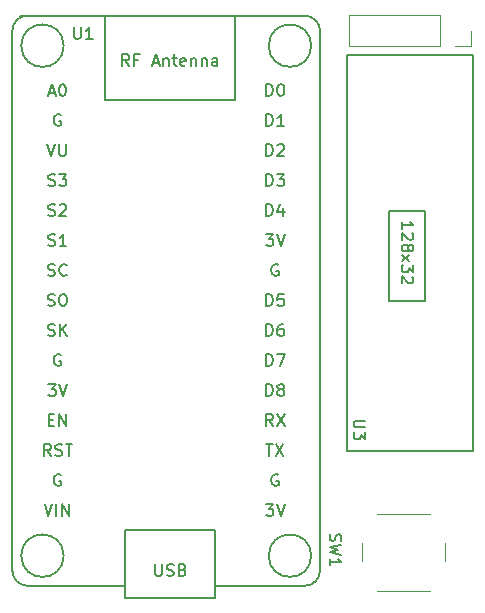
<source format=gbr>
G04 #@! TF.GenerationSoftware,KiCad,Pcbnew,5.0.2-bee76a0~70~ubuntu18.04.1*
G04 #@! TF.CreationDate,2020-05-12T16:43:30-07:00*
G04 #@! TF.ProjectId,pcb,7063622e-6b69-4636-9164-5f7063625858,rev?*
G04 #@! TF.SameCoordinates,Original*
G04 #@! TF.FileFunction,Legend,Top*
G04 #@! TF.FilePolarity,Positive*
%FSLAX46Y46*%
G04 Gerber Fmt 4.6, Leading zero omitted, Abs format (unit mm)*
G04 Created by KiCad (PCBNEW 5.0.2-bee76a0~70~ubuntu18.04.1) date Tue 12 May 2020 04:43:30 PM PDT*
%MOMM*%
%LPD*%
G01*
G04 APERTURE LIST*
%ADD10C,0.150000*%
%ADD11C,0.120000*%
G04 APERTURE END LIST*
D10*
G04 #@! TO.C,U1*
X162560000Y-124460000D02*
X154940000Y-124460000D01*
X156630000Y-83330000D02*
X145630000Y-83330000D01*
X156630000Y-76200000D02*
X156630000Y-83330000D01*
X145630000Y-83330000D02*
X145630000Y-76200000D01*
X147330000Y-125460000D02*
X147330000Y-119730000D01*
X147330000Y-119730000D02*
X154930000Y-119730000D01*
X154930000Y-119730000D02*
X154930000Y-125460000D01*
X154930000Y-125460000D02*
X147330000Y-125460000D01*
X139065000Y-76200000D02*
G75*
G03X137795000Y-77470000I0J-1270000D01*
G01*
X163830000Y-77470000D02*
G75*
G03X162560000Y-76200000I-1270000J0D01*
G01*
X162560000Y-124460000D02*
G75*
G03X163830000Y-123190000I0J1270000D01*
G01*
X137795000Y-123190000D02*
G75*
G03X139065000Y-124460000I1270000J0D01*
G01*
X163830000Y-77470000D02*
X163830000Y-123190000D01*
X137795000Y-77470000D02*
X137795000Y-123190000D01*
X147320000Y-124460000D02*
X139065000Y-124460000D01*
X163086051Y-121920000D02*
G75*
G03X163086051Y-121920000I-1796051J0D01*
G01*
X142131051Y-121920000D02*
G75*
G03X142131051Y-121920000I-1796051J0D01*
G01*
X142131051Y-78740000D02*
G75*
G03X142131051Y-78740000I-1796051J0D01*
G01*
X163086051Y-78740000D02*
G75*
G03X163086051Y-78740000I-1796051J0D01*
G01*
X162560000Y-76200000D02*
X138430000Y-76200000D01*
D11*
G04 #@! TO.C,U3*
X173990000Y-76140000D02*
X173990000Y-78800000D01*
X173990000Y-76140000D02*
X166310000Y-76140000D01*
X166310000Y-76140000D02*
X166310000Y-78800000D01*
X173990000Y-78800000D02*
X166310000Y-78800000D01*
X176590000Y-78800000D02*
X175260000Y-78800000D01*
X176590000Y-77470000D02*
X176590000Y-78800000D01*
D10*
X176784000Y-79502000D02*
X176784000Y-113030000D01*
X176784000Y-113030000D02*
X166116000Y-113030000D01*
X166116000Y-113030000D02*
X166116000Y-79502000D01*
X166116000Y-79502000D02*
X176784000Y-79502000D01*
X172720000Y-92710000D02*
X172720000Y-100330000D01*
X172720000Y-100330000D02*
X169672000Y-100330000D01*
X169672000Y-100330000D02*
X169672000Y-92710000D01*
X169672000Y-92710000D02*
X172720000Y-92710000D01*
D11*
G04 #@! TO.C,SW1*
X168640000Y-124880000D02*
X173140000Y-124880000D01*
X167390000Y-120880000D02*
X167390000Y-122380000D01*
X173140000Y-118380000D02*
X168640000Y-118380000D01*
X174390000Y-122380000D02*
X174390000Y-120880000D01*
G04 #@! TO.C,U1*
D10*
X143002095Y-77176380D02*
X143002095Y-77985904D01*
X143049714Y-78081142D01*
X143097333Y-78128761D01*
X143192571Y-78176380D01*
X143383047Y-78176380D01*
X143478285Y-78128761D01*
X143525904Y-78081142D01*
X143573523Y-77985904D01*
X143573523Y-77176380D01*
X144573523Y-78176380D02*
X144002095Y-78176380D01*
X144287809Y-78176380D02*
X144287809Y-77176380D01*
X144192571Y-77319238D01*
X144097333Y-77414476D01*
X144002095Y-77462095D01*
X149868095Y-122642380D02*
X149868095Y-123451904D01*
X149915714Y-123547142D01*
X149963333Y-123594761D01*
X150058571Y-123642380D01*
X150249047Y-123642380D01*
X150344285Y-123594761D01*
X150391904Y-123547142D01*
X150439523Y-123451904D01*
X150439523Y-122642380D01*
X150868095Y-123594761D02*
X151010952Y-123642380D01*
X151249047Y-123642380D01*
X151344285Y-123594761D01*
X151391904Y-123547142D01*
X151439523Y-123451904D01*
X151439523Y-123356666D01*
X151391904Y-123261428D01*
X151344285Y-123213809D01*
X151249047Y-123166190D01*
X151058571Y-123118571D01*
X150963333Y-123070952D01*
X150915714Y-123023333D01*
X150868095Y-122928095D01*
X150868095Y-122832857D01*
X150915714Y-122737619D01*
X150963333Y-122690000D01*
X151058571Y-122642380D01*
X151296666Y-122642380D01*
X151439523Y-122690000D01*
X152201428Y-123118571D02*
X152344285Y-123166190D01*
X152391904Y-123213809D01*
X152439523Y-123309047D01*
X152439523Y-123451904D01*
X152391904Y-123547142D01*
X152344285Y-123594761D01*
X152249047Y-123642380D01*
X151868095Y-123642380D01*
X151868095Y-122642380D01*
X152201428Y-122642380D01*
X152296666Y-122690000D01*
X152344285Y-122737619D01*
X152391904Y-122832857D01*
X152391904Y-122928095D01*
X152344285Y-123023333D01*
X152296666Y-123070952D01*
X152201428Y-123118571D01*
X151868095Y-123118571D01*
X147677619Y-80462380D02*
X147344285Y-79986190D01*
X147106190Y-80462380D02*
X147106190Y-79462380D01*
X147487142Y-79462380D01*
X147582380Y-79510000D01*
X147630000Y-79557619D01*
X147677619Y-79652857D01*
X147677619Y-79795714D01*
X147630000Y-79890952D01*
X147582380Y-79938571D01*
X147487142Y-79986190D01*
X147106190Y-79986190D01*
X148439523Y-79938571D02*
X148106190Y-79938571D01*
X148106190Y-80462380D02*
X148106190Y-79462380D01*
X148582380Y-79462380D01*
X149677619Y-80176666D02*
X150153809Y-80176666D01*
X149582380Y-80462380D02*
X149915714Y-79462380D01*
X150249047Y-80462380D01*
X150582380Y-79795714D02*
X150582380Y-80462380D01*
X150582380Y-79890952D02*
X150630000Y-79843333D01*
X150725238Y-79795714D01*
X150868095Y-79795714D01*
X150963333Y-79843333D01*
X151010952Y-79938571D01*
X151010952Y-80462380D01*
X151344285Y-79795714D02*
X151725238Y-79795714D01*
X151487142Y-79462380D02*
X151487142Y-80319523D01*
X151534761Y-80414761D01*
X151630000Y-80462380D01*
X151725238Y-80462380D01*
X152439523Y-80414761D02*
X152344285Y-80462380D01*
X152153809Y-80462380D01*
X152058571Y-80414761D01*
X152010952Y-80319523D01*
X152010952Y-79938571D01*
X152058571Y-79843333D01*
X152153809Y-79795714D01*
X152344285Y-79795714D01*
X152439523Y-79843333D01*
X152487142Y-79938571D01*
X152487142Y-80033809D01*
X152010952Y-80129047D01*
X152915714Y-79795714D02*
X152915714Y-80462380D01*
X152915714Y-79890952D02*
X152963333Y-79843333D01*
X153058571Y-79795714D01*
X153201428Y-79795714D01*
X153296666Y-79843333D01*
X153344285Y-79938571D01*
X153344285Y-80462380D01*
X153820476Y-79795714D02*
X153820476Y-80462380D01*
X153820476Y-79890952D02*
X153868095Y-79843333D01*
X153963333Y-79795714D01*
X154106190Y-79795714D01*
X154201428Y-79843333D01*
X154249047Y-79938571D01*
X154249047Y-80462380D01*
X155153809Y-80462380D02*
X155153809Y-79938571D01*
X155106190Y-79843333D01*
X155010952Y-79795714D01*
X154820476Y-79795714D01*
X154725238Y-79843333D01*
X155153809Y-80414761D02*
X155058571Y-80462380D01*
X154820476Y-80462380D01*
X154725238Y-80414761D01*
X154677619Y-80319523D01*
X154677619Y-80224285D01*
X154725238Y-80129047D01*
X154820476Y-80081428D01*
X155058571Y-80081428D01*
X155153809Y-80033809D01*
X140509761Y-117562380D02*
X140843095Y-118562380D01*
X141176428Y-117562380D01*
X141509761Y-118562380D02*
X141509761Y-117562380D01*
X141985952Y-118562380D02*
X141985952Y-117562380D01*
X142557380Y-118562380D01*
X142557380Y-117562380D01*
X141866904Y-115070000D02*
X141771666Y-115022380D01*
X141628809Y-115022380D01*
X141485952Y-115070000D01*
X141390714Y-115165238D01*
X141343095Y-115260476D01*
X141295476Y-115450952D01*
X141295476Y-115593809D01*
X141343095Y-115784285D01*
X141390714Y-115879523D01*
X141485952Y-115974761D01*
X141628809Y-116022380D01*
X141724047Y-116022380D01*
X141866904Y-115974761D01*
X141914523Y-115927142D01*
X141914523Y-115593809D01*
X141724047Y-115593809D01*
X141057380Y-113482380D02*
X140724047Y-113006190D01*
X140485952Y-113482380D02*
X140485952Y-112482380D01*
X140866904Y-112482380D01*
X140962142Y-112530000D01*
X141009761Y-112577619D01*
X141057380Y-112672857D01*
X141057380Y-112815714D01*
X141009761Y-112910952D01*
X140962142Y-112958571D01*
X140866904Y-113006190D01*
X140485952Y-113006190D01*
X141438333Y-113434761D02*
X141581190Y-113482380D01*
X141819285Y-113482380D01*
X141914523Y-113434761D01*
X141962142Y-113387142D01*
X142009761Y-113291904D01*
X142009761Y-113196666D01*
X141962142Y-113101428D01*
X141914523Y-113053809D01*
X141819285Y-113006190D01*
X141628809Y-112958571D01*
X141533571Y-112910952D01*
X141485952Y-112863333D01*
X141438333Y-112768095D01*
X141438333Y-112672857D01*
X141485952Y-112577619D01*
X141533571Y-112530000D01*
X141628809Y-112482380D01*
X141866904Y-112482380D01*
X142009761Y-112530000D01*
X142295476Y-112482380D02*
X142866904Y-112482380D01*
X142581190Y-113482380D02*
X142581190Y-112482380D01*
X140866904Y-110418571D02*
X141200238Y-110418571D01*
X141343095Y-110942380D02*
X140866904Y-110942380D01*
X140866904Y-109942380D01*
X141343095Y-109942380D01*
X141771666Y-110942380D02*
X141771666Y-109942380D01*
X142343095Y-110942380D01*
X142343095Y-109942380D01*
X140843095Y-107402380D02*
X141462142Y-107402380D01*
X141128809Y-107783333D01*
X141271666Y-107783333D01*
X141366904Y-107830952D01*
X141414523Y-107878571D01*
X141462142Y-107973809D01*
X141462142Y-108211904D01*
X141414523Y-108307142D01*
X141366904Y-108354761D01*
X141271666Y-108402380D01*
X140985952Y-108402380D01*
X140890714Y-108354761D01*
X140843095Y-108307142D01*
X141747857Y-107402380D02*
X142081190Y-108402380D01*
X142414523Y-107402380D01*
X141866904Y-104910000D02*
X141771666Y-104862380D01*
X141628809Y-104862380D01*
X141485952Y-104910000D01*
X141390714Y-105005238D01*
X141343095Y-105100476D01*
X141295476Y-105290952D01*
X141295476Y-105433809D01*
X141343095Y-105624285D01*
X141390714Y-105719523D01*
X141485952Y-105814761D01*
X141628809Y-105862380D01*
X141724047Y-105862380D01*
X141866904Y-105814761D01*
X141914523Y-105767142D01*
X141914523Y-105433809D01*
X141724047Y-105433809D01*
X140819285Y-103274761D02*
X140962142Y-103322380D01*
X141200238Y-103322380D01*
X141295476Y-103274761D01*
X141343095Y-103227142D01*
X141390714Y-103131904D01*
X141390714Y-103036666D01*
X141343095Y-102941428D01*
X141295476Y-102893809D01*
X141200238Y-102846190D01*
X141009761Y-102798571D01*
X140914523Y-102750952D01*
X140866904Y-102703333D01*
X140819285Y-102608095D01*
X140819285Y-102512857D01*
X140866904Y-102417619D01*
X140914523Y-102370000D01*
X141009761Y-102322380D01*
X141247857Y-102322380D01*
X141390714Y-102370000D01*
X141819285Y-103322380D02*
X141819285Y-102322380D01*
X142390714Y-103322380D02*
X141962142Y-102750952D01*
X142390714Y-102322380D02*
X141819285Y-102893809D01*
X140795476Y-100734761D02*
X140938333Y-100782380D01*
X141176428Y-100782380D01*
X141271666Y-100734761D01*
X141319285Y-100687142D01*
X141366904Y-100591904D01*
X141366904Y-100496666D01*
X141319285Y-100401428D01*
X141271666Y-100353809D01*
X141176428Y-100306190D01*
X140985952Y-100258571D01*
X140890714Y-100210952D01*
X140843095Y-100163333D01*
X140795476Y-100068095D01*
X140795476Y-99972857D01*
X140843095Y-99877619D01*
X140890714Y-99830000D01*
X140985952Y-99782380D01*
X141224047Y-99782380D01*
X141366904Y-99830000D01*
X141985952Y-99782380D02*
X142176428Y-99782380D01*
X142271666Y-99830000D01*
X142366904Y-99925238D01*
X142414523Y-100115714D01*
X142414523Y-100449047D01*
X142366904Y-100639523D01*
X142271666Y-100734761D01*
X142176428Y-100782380D01*
X141985952Y-100782380D01*
X141890714Y-100734761D01*
X141795476Y-100639523D01*
X141747857Y-100449047D01*
X141747857Y-100115714D01*
X141795476Y-99925238D01*
X141890714Y-99830000D01*
X141985952Y-99782380D01*
X140819285Y-98194761D02*
X140962142Y-98242380D01*
X141200238Y-98242380D01*
X141295476Y-98194761D01*
X141343095Y-98147142D01*
X141390714Y-98051904D01*
X141390714Y-97956666D01*
X141343095Y-97861428D01*
X141295476Y-97813809D01*
X141200238Y-97766190D01*
X141009761Y-97718571D01*
X140914523Y-97670952D01*
X140866904Y-97623333D01*
X140819285Y-97528095D01*
X140819285Y-97432857D01*
X140866904Y-97337619D01*
X140914523Y-97290000D01*
X141009761Y-97242380D01*
X141247857Y-97242380D01*
X141390714Y-97290000D01*
X142390714Y-98147142D02*
X142343095Y-98194761D01*
X142200238Y-98242380D01*
X142105000Y-98242380D01*
X141962142Y-98194761D01*
X141866904Y-98099523D01*
X141819285Y-98004285D01*
X141771666Y-97813809D01*
X141771666Y-97670952D01*
X141819285Y-97480476D01*
X141866904Y-97385238D01*
X141962142Y-97290000D01*
X142105000Y-97242380D01*
X142200238Y-97242380D01*
X142343095Y-97290000D01*
X142390714Y-97337619D01*
X140843095Y-95654761D02*
X140985952Y-95702380D01*
X141224047Y-95702380D01*
X141319285Y-95654761D01*
X141366904Y-95607142D01*
X141414523Y-95511904D01*
X141414523Y-95416666D01*
X141366904Y-95321428D01*
X141319285Y-95273809D01*
X141224047Y-95226190D01*
X141033571Y-95178571D01*
X140938333Y-95130952D01*
X140890714Y-95083333D01*
X140843095Y-94988095D01*
X140843095Y-94892857D01*
X140890714Y-94797619D01*
X140938333Y-94750000D01*
X141033571Y-94702380D01*
X141271666Y-94702380D01*
X141414523Y-94750000D01*
X142366904Y-95702380D02*
X141795476Y-95702380D01*
X142081190Y-95702380D02*
X142081190Y-94702380D01*
X141985952Y-94845238D01*
X141890714Y-94940476D01*
X141795476Y-94988095D01*
X140843095Y-93114761D02*
X140985952Y-93162380D01*
X141224047Y-93162380D01*
X141319285Y-93114761D01*
X141366904Y-93067142D01*
X141414523Y-92971904D01*
X141414523Y-92876666D01*
X141366904Y-92781428D01*
X141319285Y-92733809D01*
X141224047Y-92686190D01*
X141033571Y-92638571D01*
X140938333Y-92590952D01*
X140890714Y-92543333D01*
X140843095Y-92448095D01*
X140843095Y-92352857D01*
X140890714Y-92257619D01*
X140938333Y-92210000D01*
X141033571Y-92162380D01*
X141271666Y-92162380D01*
X141414523Y-92210000D01*
X141795476Y-92257619D02*
X141843095Y-92210000D01*
X141938333Y-92162380D01*
X142176428Y-92162380D01*
X142271666Y-92210000D01*
X142319285Y-92257619D01*
X142366904Y-92352857D01*
X142366904Y-92448095D01*
X142319285Y-92590952D01*
X141747857Y-93162380D01*
X142366904Y-93162380D01*
X140843095Y-90574761D02*
X140985952Y-90622380D01*
X141224047Y-90622380D01*
X141319285Y-90574761D01*
X141366904Y-90527142D01*
X141414523Y-90431904D01*
X141414523Y-90336666D01*
X141366904Y-90241428D01*
X141319285Y-90193809D01*
X141224047Y-90146190D01*
X141033571Y-90098571D01*
X140938333Y-90050952D01*
X140890714Y-90003333D01*
X140843095Y-89908095D01*
X140843095Y-89812857D01*
X140890714Y-89717619D01*
X140938333Y-89670000D01*
X141033571Y-89622380D01*
X141271666Y-89622380D01*
X141414523Y-89670000D01*
X141747857Y-89622380D02*
X142366904Y-89622380D01*
X142033571Y-90003333D01*
X142176428Y-90003333D01*
X142271666Y-90050952D01*
X142319285Y-90098571D01*
X142366904Y-90193809D01*
X142366904Y-90431904D01*
X142319285Y-90527142D01*
X142271666Y-90574761D01*
X142176428Y-90622380D01*
X141890714Y-90622380D01*
X141795476Y-90574761D01*
X141747857Y-90527142D01*
X140747857Y-87082380D02*
X141081190Y-88082380D01*
X141414523Y-87082380D01*
X141747857Y-87082380D02*
X141747857Y-87891904D01*
X141795476Y-87987142D01*
X141843095Y-88034761D01*
X141938333Y-88082380D01*
X142128809Y-88082380D01*
X142224047Y-88034761D01*
X142271666Y-87987142D01*
X142319285Y-87891904D01*
X142319285Y-87082380D01*
X141866904Y-84590000D02*
X141771666Y-84542380D01*
X141628809Y-84542380D01*
X141485952Y-84590000D01*
X141390714Y-84685238D01*
X141343095Y-84780476D01*
X141295476Y-84970952D01*
X141295476Y-85113809D01*
X141343095Y-85304285D01*
X141390714Y-85399523D01*
X141485952Y-85494761D01*
X141628809Y-85542380D01*
X141724047Y-85542380D01*
X141866904Y-85494761D01*
X141914523Y-85447142D01*
X141914523Y-85113809D01*
X141724047Y-85113809D01*
X140890714Y-82716666D02*
X141366904Y-82716666D01*
X140795476Y-83002380D02*
X141128809Y-82002380D01*
X141462142Y-83002380D01*
X141985952Y-82002380D02*
X142081190Y-82002380D01*
X142176428Y-82050000D01*
X142224047Y-82097619D01*
X142271666Y-82192857D01*
X142319285Y-82383333D01*
X142319285Y-82621428D01*
X142271666Y-82811904D01*
X142224047Y-82907142D01*
X142176428Y-82954761D01*
X142081190Y-83002380D01*
X141985952Y-83002380D01*
X141890714Y-82954761D01*
X141843095Y-82907142D01*
X141795476Y-82811904D01*
X141747857Y-82621428D01*
X141747857Y-82383333D01*
X141795476Y-82192857D01*
X141843095Y-82097619D01*
X141890714Y-82050000D01*
X141985952Y-82002380D01*
X159258095Y-117562380D02*
X159877142Y-117562380D01*
X159543809Y-117943333D01*
X159686666Y-117943333D01*
X159781904Y-117990952D01*
X159829523Y-118038571D01*
X159877142Y-118133809D01*
X159877142Y-118371904D01*
X159829523Y-118467142D01*
X159781904Y-118514761D01*
X159686666Y-118562380D01*
X159400952Y-118562380D01*
X159305714Y-118514761D01*
X159258095Y-118467142D01*
X160162857Y-117562380D02*
X160496190Y-118562380D01*
X160829523Y-117562380D01*
X160281904Y-115070000D02*
X160186666Y-115022380D01*
X160043809Y-115022380D01*
X159900952Y-115070000D01*
X159805714Y-115165238D01*
X159758095Y-115260476D01*
X159710476Y-115450952D01*
X159710476Y-115593809D01*
X159758095Y-115784285D01*
X159805714Y-115879523D01*
X159900952Y-115974761D01*
X160043809Y-116022380D01*
X160139047Y-116022380D01*
X160281904Y-115974761D01*
X160329523Y-115927142D01*
X160329523Y-115593809D01*
X160139047Y-115593809D01*
X159258095Y-112482380D02*
X159829523Y-112482380D01*
X159543809Y-113482380D02*
X159543809Y-112482380D01*
X160067619Y-112482380D02*
X160734285Y-113482380D01*
X160734285Y-112482380D02*
X160067619Y-113482380D01*
X159853333Y-110942380D02*
X159520000Y-110466190D01*
X159281904Y-110942380D02*
X159281904Y-109942380D01*
X159662857Y-109942380D01*
X159758095Y-109990000D01*
X159805714Y-110037619D01*
X159853333Y-110132857D01*
X159853333Y-110275714D01*
X159805714Y-110370952D01*
X159758095Y-110418571D01*
X159662857Y-110466190D01*
X159281904Y-110466190D01*
X160186666Y-109942380D02*
X160853333Y-110942380D01*
X160853333Y-109942380D02*
X160186666Y-110942380D01*
X159281904Y-108402380D02*
X159281904Y-107402380D01*
X159520000Y-107402380D01*
X159662857Y-107450000D01*
X159758095Y-107545238D01*
X159805714Y-107640476D01*
X159853333Y-107830952D01*
X159853333Y-107973809D01*
X159805714Y-108164285D01*
X159758095Y-108259523D01*
X159662857Y-108354761D01*
X159520000Y-108402380D01*
X159281904Y-108402380D01*
X160424761Y-107830952D02*
X160329523Y-107783333D01*
X160281904Y-107735714D01*
X160234285Y-107640476D01*
X160234285Y-107592857D01*
X160281904Y-107497619D01*
X160329523Y-107450000D01*
X160424761Y-107402380D01*
X160615238Y-107402380D01*
X160710476Y-107450000D01*
X160758095Y-107497619D01*
X160805714Y-107592857D01*
X160805714Y-107640476D01*
X160758095Y-107735714D01*
X160710476Y-107783333D01*
X160615238Y-107830952D01*
X160424761Y-107830952D01*
X160329523Y-107878571D01*
X160281904Y-107926190D01*
X160234285Y-108021428D01*
X160234285Y-108211904D01*
X160281904Y-108307142D01*
X160329523Y-108354761D01*
X160424761Y-108402380D01*
X160615238Y-108402380D01*
X160710476Y-108354761D01*
X160758095Y-108307142D01*
X160805714Y-108211904D01*
X160805714Y-108021428D01*
X160758095Y-107926190D01*
X160710476Y-107878571D01*
X160615238Y-107830952D01*
X159281904Y-105862380D02*
X159281904Y-104862380D01*
X159520000Y-104862380D01*
X159662857Y-104910000D01*
X159758095Y-105005238D01*
X159805714Y-105100476D01*
X159853333Y-105290952D01*
X159853333Y-105433809D01*
X159805714Y-105624285D01*
X159758095Y-105719523D01*
X159662857Y-105814761D01*
X159520000Y-105862380D01*
X159281904Y-105862380D01*
X160186666Y-104862380D02*
X160853333Y-104862380D01*
X160424761Y-105862380D01*
X159281904Y-103322380D02*
X159281904Y-102322380D01*
X159520000Y-102322380D01*
X159662857Y-102370000D01*
X159758095Y-102465238D01*
X159805714Y-102560476D01*
X159853333Y-102750952D01*
X159853333Y-102893809D01*
X159805714Y-103084285D01*
X159758095Y-103179523D01*
X159662857Y-103274761D01*
X159520000Y-103322380D01*
X159281904Y-103322380D01*
X160710476Y-102322380D02*
X160520000Y-102322380D01*
X160424761Y-102370000D01*
X160377142Y-102417619D01*
X160281904Y-102560476D01*
X160234285Y-102750952D01*
X160234285Y-103131904D01*
X160281904Y-103227142D01*
X160329523Y-103274761D01*
X160424761Y-103322380D01*
X160615238Y-103322380D01*
X160710476Y-103274761D01*
X160758095Y-103227142D01*
X160805714Y-103131904D01*
X160805714Y-102893809D01*
X160758095Y-102798571D01*
X160710476Y-102750952D01*
X160615238Y-102703333D01*
X160424761Y-102703333D01*
X160329523Y-102750952D01*
X160281904Y-102798571D01*
X160234285Y-102893809D01*
X159281904Y-100782380D02*
X159281904Y-99782380D01*
X159520000Y-99782380D01*
X159662857Y-99830000D01*
X159758095Y-99925238D01*
X159805714Y-100020476D01*
X159853333Y-100210952D01*
X159853333Y-100353809D01*
X159805714Y-100544285D01*
X159758095Y-100639523D01*
X159662857Y-100734761D01*
X159520000Y-100782380D01*
X159281904Y-100782380D01*
X160758095Y-99782380D02*
X160281904Y-99782380D01*
X160234285Y-100258571D01*
X160281904Y-100210952D01*
X160377142Y-100163333D01*
X160615238Y-100163333D01*
X160710476Y-100210952D01*
X160758095Y-100258571D01*
X160805714Y-100353809D01*
X160805714Y-100591904D01*
X160758095Y-100687142D01*
X160710476Y-100734761D01*
X160615238Y-100782380D01*
X160377142Y-100782380D01*
X160281904Y-100734761D01*
X160234285Y-100687142D01*
X160281904Y-97290000D02*
X160186666Y-97242380D01*
X160043809Y-97242380D01*
X159900952Y-97290000D01*
X159805714Y-97385238D01*
X159758095Y-97480476D01*
X159710476Y-97670952D01*
X159710476Y-97813809D01*
X159758095Y-98004285D01*
X159805714Y-98099523D01*
X159900952Y-98194761D01*
X160043809Y-98242380D01*
X160139047Y-98242380D01*
X160281904Y-98194761D01*
X160329523Y-98147142D01*
X160329523Y-97813809D01*
X160139047Y-97813809D01*
X159258095Y-94702380D02*
X159877142Y-94702380D01*
X159543809Y-95083333D01*
X159686666Y-95083333D01*
X159781904Y-95130952D01*
X159829523Y-95178571D01*
X159877142Y-95273809D01*
X159877142Y-95511904D01*
X159829523Y-95607142D01*
X159781904Y-95654761D01*
X159686666Y-95702380D01*
X159400952Y-95702380D01*
X159305714Y-95654761D01*
X159258095Y-95607142D01*
X160162857Y-94702380D02*
X160496190Y-95702380D01*
X160829523Y-94702380D01*
X159281904Y-93162380D02*
X159281904Y-92162380D01*
X159520000Y-92162380D01*
X159662857Y-92210000D01*
X159758095Y-92305238D01*
X159805714Y-92400476D01*
X159853333Y-92590952D01*
X159853333Y-92733809D01*
X159805714Y-92924285D01*
X159758095Y-93019523D01*
X159662857Y-93114761D01*
X159520000Y-93162380D01*
X159281904Y-93162380D01*
X160710476Y-92495714D02*
X160710476Y-93162380D01*
X160472380Y-92114761D02*
X160234285Y-92829047D01*
X160853333Y-92829047D01*
X159281904Y-90622380D02*
X159281904Y-89622380D01*
X159520000Y-89622380D01*
X159662857Y-89670000D01*
X159758095Y-89765238D01*
X159805714Y-89860476D01*
X159853333Y-90050952D01*
X159853333Y-90193809D01*
X159805714Y-90384285D01*
X159758095Y-90479523D01*
X159662857Y-90574761D01*
X159520000Y-90622380D01*
X159281904Y-90622380D01*
X160186666Y-89622380D02*
X160805714Y-89622380D01*
X160472380Y-90003333D01*
X160615238Y-90003333D01*
X160710476Y-90050952D01*
X160758095Y-90098571D01*
X160805714Y-90193809D01*
X160805714Y-90431904D01*
X160758095Y-90527142D01*
X160710476Y-90574761D01*
X160615238Y-90622380D01*
X160329523Y-90622380D01*
X160234285Y-90574761D01*
X160186666Y-90527142D01*
X159281904Y-88082380D02*
X159281904Y-87082380D01*
X159520000Y-87082380D01*
X159662857Y-87130000D01*
X159758095Y-87225238D01*
X159805714Y-87320476D01*
X159853333Y-87510952D01*
X159853333Y-87653809D01*
X159805714Y-87844285D01*
X159758095Y-87939523D01*
X159662857Y-88034761D01*
X159520000Y-88082380D01*
X159281904Y-88082380D01*
X160234285Y-87177619D02*
X160281904Y-87130000D01*
X160377142Y-87082380D01*
X160615238Y-87082380D01*
X160710476Y-87130000D01*
X160758095Y-87177619D01*
X160805714Y-87272857D01*
X160805714Y-87368095D01*
X160758095Y-87510952D01*
X160186666Y-88082380D01*
X160805714Y-88082380D01*
X159281904Y-85542380D02*
X159281904Y-84542380D01*
X159520000Y-84542380D01*
X159662857Y-84590000D01*
X159758095Y-84685238D01*
X159805714Y-84780476D01*
X159853333Y-84970952D01*
X159853333Y-85113809D01*
X159805714Y-85304285D01*
X159758095Y-85399523D01*
X159662857Y-85494761D01*
X159520000Y-85542380D01*
X159281904Y-85542380D01*
X160805714Y-85542380D02*
X160234285Y-85542380D01*
X160520000Y-85542380D02*
X160520000Y-84542380D01*
X160424761Y-84685238D01*
X160329523Y-84780476D01*
X160234285Y-84828095D01*
X159281904Y-83002380D02*
X159281904Y-82002380D01*
X159520000Y-82002380D01*
X159662857Y-82050000D01*
X159758095Y-82145238D01*
X159805714Y-82240476D01*
X159853333Y-82430952D01*
X159853333Y-82573809D01*
X159805714Y-82764285D01*
X159758095Y-82859523D01*
X159662857Y-82954761D01*
X159520000Y-83002380D01*
X159281904Y-83002380D01*
X160472380Y-82002380D02*
X160567619Y-82002380D01*
X160662857Y-82050000D01*
X160710476Y-82097619D01*
X160758095Y-82192857D01*
X160805714Y-82383333D01*
X160805714Y-82621428D01*
X160758095Y-82811904D01*
X160710476Y-82907142D01*
X160662857Y-82954761D01*
X160567619Y-83002380D01*
X160472380Y-83002380D01*
X160377142Y-82954761D01*
X160329523Y-82907142D01*
X160281904Y-82811904D01*
X160234285Y-82621428D01*
X160234285Y-82383333D01*
X160281904Y-82192857D01*
X160329523Y-82097619D01*
X160377142Y-82050000D01*
X160472380Y-82002380D01*
G04 #@! TO.C,U3*
X167679619Y-110490095D02*
X166870095Y-110490095D01*
X166774857Y-110537714D01*
X166727238Y-110585333D01*
X166679619Y-110680571D01*
X166679619Y-110871047D01*
X166727238Y-110966285D01*
X166774857Y-111013904D01*
X166870095Y-111061523D01*
X167679619Y-111061523D01*
X167679619Y-111442476D02*
X167679619Y-112061523D01*
X167298666Y-111728190D01*
X167298666Y-111871047D01*
X167251047Y-111966285D01*
X167203428Y-112013904D01*
X167108190Y-112061523D01*
X166870095Y-112061523D01*
X166774857Y-112013904D01*
X166727238Y-111966285D01*
X166679619Y-111871047D01*
X166679619Y-111585333D01*
X166727238Y-111490095D01*
X166774857Y-111442476D01*
X170743619Y-94242190D02*
X170743619Y-93670761D01*
X170743619Y-93956476D02*
X171743619Y-93956476D01*
X171600761Y-93861238D01*
X171505523Y-93766000D01*
X171457904Y-93670761D01*
X171648380Y-94623142D02*
X171696000Y-94670761D01*
X171743619Y-94766000D01*
X171743619Y-95004095D01*
X171696000Y-95099333D01*
X171648380Y-95146952D01*
X171553142Y-95194571D01*
X171457904Y-95194571D01*
X171315047Y-95146952D01*
X170743619Y-94575523D01*
X170743619Y-95194571D01*
X171315047Y-95766000D02*
X171362666Y-95670761D01*
X171410285Y-95623142D01*
X171505523Y-95575523D01*
X171553142Y-95575523D01*
X171648380Y-95623142D01*
X171696000Y-95670761D01*
X171743619Y-95766000D01*
X171743619Y-95956476D01*
X171696000Y-96051714D01*
X171648380Y-96099333D01*
X171553142Y-96146952D01*
X171505523Y-96146952D01*
X171410285Y-96099333D01*
X171362666Y-96051714D01*
X171315047Y-95956476D01*
X171315047Y-95766000D01*
X171267428Y-95670761D01*
X171219809Y-95623142D01*
X171124571Y-95575523D01*
X170934095Y-95575523D01*
X170838857Y-95623142D01*
X170791238Y-95670761D01*
X170743619Y-95766000D01*
X170743619Y-95956476D01*
X170791238Y-96051714D01*
X170838857Y-96099333D01*
X170934095Y-96146952D01*
X171124571Y-96146952D01*
X171219809Y-96099333D01*
X171267428Y-96051714D01*
X171315047Y-95956476D01*
X170743619Y-96480285D02*
X171410285Y-97004095D01*
X171410285Y-96480285D02*
X170743619Y-97004095D01*
X171743619Y-97289809D02*
X171743619Y-97908857D01*
X171362666Y-97575523D01*
X171362666Y-97718380D01*
X171315047Y-97813619D01*
X171267428Y-97861238D01*
X171172190Y-97908857D01*
X170934095Y-97908857D01*
X170838857Y-97861238D01*
X170791238Y-97813619D01*
X170743619Y-97718380D01*
X170743619Y-97432666D01*
X170791238Y-97337428D01*
X170838857Y-97289809D01*
X171648380Y-98289809D02*
X171696000Y-98337428D01*
X171743619Y-98432666D01*
X171743619Y-98670761D01*
X171696000Y-98766000D01*
X171648380Y-98813619D01*
X171553142Y-98861238D01*
X171457904Y-98861238D01*
X171315047Y-98813619D01*
X170743619Y-98242190D01*
X170743619Y-98861238D01*
G04 #@! TO.C,SW1*
X164695238Y-120078666D02*
X164647619Y-120221523D01*
X164647619Y-120459619D01*
X164695238Y-120554857D01*
X164742857Y-120602476D01*
X164838095Y-120650095D01*
X164933333Y-120650095D01*
X165028571Y-120602476D01*
X165076190Y-120554857D01*
X165123809Y-120459619D01*
X165171428Y-120269142D01*
X165219047Y-120173904D01*
X165266666Y-120126285D01*
X165361904Y-120078666D01*
X165457142Y-120078666D01*
X165552380Y-120126285D01*
X165600000Y-120173904D01*
X165647619Y-120269142D01*
X165647619Y-120507238D01*
X165600000Y-120650095D01*
X165647619Y-120983428D02*
X164647619Y-121221523D01*
X165361904Y-121412000D01*
X164647619Y-121602476D01*
X165647619Y-121840571D01*
X164647619Y-122745333D02*
X164647619Y-122173904D01*
X164647619Y-122459619D02*
X165647619Y-122459619D01*
X165504761Y-122364380D01*
X165409523Y-122269142D01*
X165361904Y-122173904D01*
G04 #@! TD*
M02*

</source>
